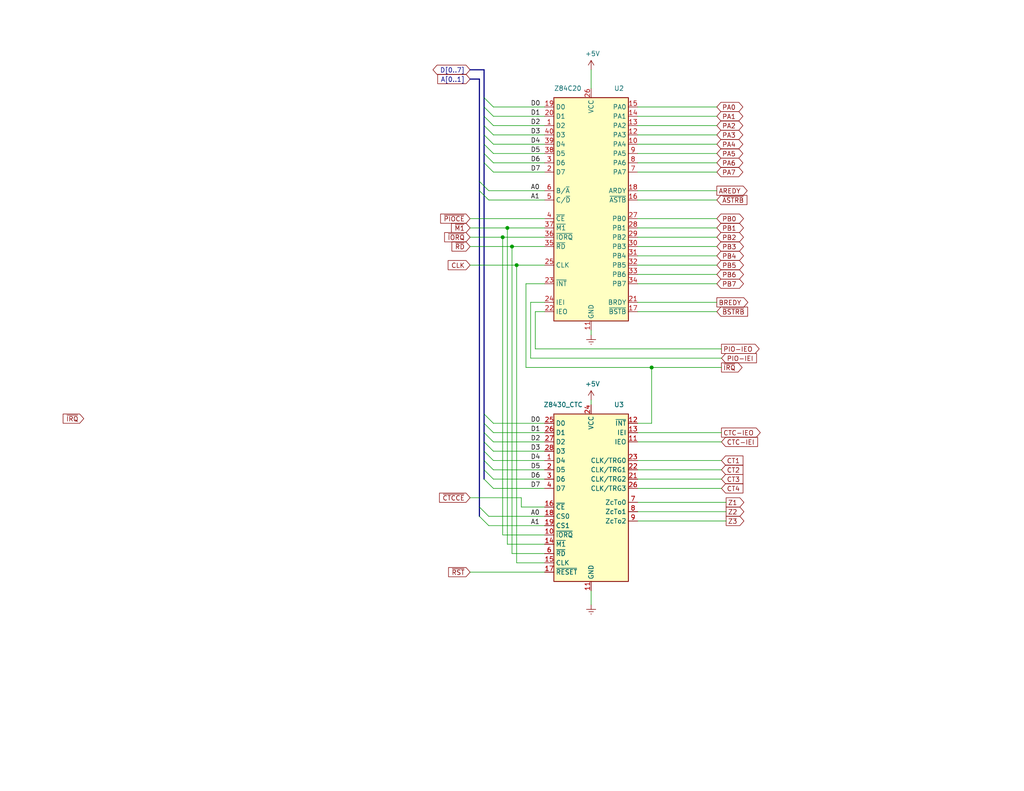
<source format=kicad_sch>
(kicad_sch (version 20230121) (generator eeschema)
  (paper "A")
  (title_block (title "Edu-80 Z80 Trainer") (date "2023-06-05") (rev "0.1") (company "Strangers") (comment 4 "Author: James D. Tucker"))
  (lib_symbols
    (symbol "Edu-80_Symbols:Z8430_CTC"
      (property "Reference" "U?" (at -10.16 17.78 0))
      (property "Value" "Z8430_CTC" (at 3.81 17.78 0))
      (symbol "Z8430_CTC_1_0"
        (rectangle (start -10.16 16.51) (end 10.16 -29.21) (stroke (width 0.254)) (fill (type background)))
      )
      (symbol "Z8430_CTC_1_1"
        (pin bidirectional line (at -12.7 3.81 0) (length 2.54) (name "D4") (number "1"))
        (pin input line (at -12.7 -16.51 0) (length 2.54) (name "~{IORQ}") (number "10"))
        (pin power_in line (at 0 -31.75 90) (length 2.54) (name "GND") (number "11"))
        (pin output line (at 12.7 8.89 180) (length 2.54) (name "IEO") (number "11"))
        (pin open_collector line (at 12.7 13.97 180) (length 2.54) (name "~{INT}") (number "12"))
        (pin input line (at 12.7 11.43 180) (length 2.54) (name "IEI") (number "13"))
        (pin input line (at -12.7 -19.05 0) (length 2.54) (name "~{M1}") (number "14"))
        (pin input line (at -12.7 -24.13 0) (length 2.54) (name "CLK") (number "15"))
        (pin input line (at -12.7 -8.89 0) (length 2.54) (name "~{CE}") (number "16"))
        (pin input line (at -12.7 -26.67 0) (length 2.54) (name "~{RESET}") (number "17"))
        (pin input line (at -12.7 -11.43 0) (length 2.54) (name "CS0") (number "18"))
        (pin input line (at -12.7 -13.97 0) (length 2.54) (name "CS1") (number "19"))
        (pin bidirectional line (at -12.7 1.27 0) (length 2.54) (name "D5") (number "2"))
        (pin input line (at 12.7 -1.27 180) (length 2.54) (name "CLK/TRG2") (number "21"))
        (pin input line (at 12.7 1.27 180) (length 2.54) (name "CLK/TRG1") (number "22"))
        (pin input line (at 12.7 3.81 180) (length 2.54) (name "CLK/TRG0") (number "23"))
        (pin power_in line (at 0 19.05 270) (length 2.54) (name "VCC") (number "24"))
        (pin bidirectional line (at -12.7 13.97 0) (length 2.54) (name "D0") (number "25"))
        (pin input line (at 12.7 -3.81 180) (length 2.54) (name "CLK/TRG3") (number "26"))
        (pin bidirectional line (at -12.7 11.43 0) (length 2.54) (name "D1") (number "26"))
        (pin bidirectional line (at -12.7 8.89 0) (length 2.54) (name "D2") (number "27"))
        (pin bidirectional line (at -12.7 6.35 0) (length 2.54) (name "D3") (number "28"))
        (pin bidirectional line (at -12.7 -1.27 0) (length 2.54) (name "D6") (number "3"))
        (pin bidirectional line (at -12.7 -3.81 0) (length 2.54) (name "D7") (number "4"))
        (pin input line (at -12.7 -21.59 0) (length 2.54) (name "~{RD}") (number "6"))
        (pin output line (at 12.7 -7.62 180) (length 2.54) (name "ZcTo0") (number "7"))
        (pin output line (at 12.7 -10.16 180) (length 2.54) (name "ZcTo1") (number "8"))
        (pin output line (at 12.7 -12.7 180) (length 2.54) (name "ZcTo2") (number "9"))
      )
    )
    (symbol "Interface:Z84C20"
      (property "Reference" "U" (at -10.16 31.75 0))
      (property "Value" "Z84C20" (at 3.81 31.75 0))
      (symbol "Z84C20_1_0"
        (rectangle (start -10.16 30.48) (end 10.16 -30.48) (stroke (width 0.254)) (fill (type background)))
      )
      (symbol "Z84C20_1_1"
        (pin bidirectional line (at -12.7 22.86 0) (length 2.54) (name "D2") (number "1"))
        (pin bidirectional line (at 12.7 17.78 180) (length 2.54) (name "PA4") (number "10"))
        (pin power_in line (at 0 -33.02 90) (length 2.54) (name "GND") (number "11"))
        (pin bidirectional line (at 12.7 20.32 180) (length 2.54) (name "PA3") (number "12"))
        (pin bidirectional line (at 12.7 22.86 180) (length 2.54) (name "PA2") (number "13"))
        (pin bidirectional line (at 12.7 25.4 180) (length 2.54) (name "PA1") (number "14"))
        (pin bidirectional line (at 12.7 27.94 180) (length 2.54) (name "PA0") (number "15"))
        (pin input line (at 12.7 2.54 180) (length 2.54) (name "~{ASTB}") (number "16"))
        (pin input line (at 12.7 -27.94 180) (length 2.54) (name "~{BSTB}") (number "17"))
        (pin output line (at 12.7 5.08 180) (length 2.54) (name "ARDY") (number "18"))
        (pin bidirectional line (at -12.7 27.94 0) (length 2.54) (name "D0") (number "19"))
        (pin bidirectional line (at -12.7 10.16 0) (length 2.54) (name "D7") (number "2"))
        (pin bidirectional line (at -12.7 25.4 0) (length 2.54) (name "D1") (number "20"))
        (pin output line (at 12.7 -25.4 180) (length 2.54) (name "BRDY") (number "21"))
        (pin output line (at -12.7 -27.94 0) (length 2.54) (name "IEO") (number "22"))
        (pin open_collector line (at -12.7 -20.32 0) (length 2.54) (name "~{INT}") (number "23"))
        (pin input line (at -12.7 -25.4 0) (length 2.54) (name "IEI") (number "24"))
        (pin input line (at -12.7 -15.24 0) (length 2.54) (name "CLK") (number "25"))
        (pin power_in line (at 0 33.02 270) (length 2.54) (name "VCC") (number "26"))
        (pin bidirectional line (at 12.7 -2.54 180) (length 2.54) (name "PB0") (number "27"))
        (pin bidirectional line (at 12.7 -5.08 180) (length 2.54) (name "PB1") (number "28"))
        (pin bidirectional line (at 12.7 -7.62 180) (length 2.54) (name "PB2") (number "29"))
        (pin bidirectional line (at -12.7 12.7 0) (length 2.54) (name "D6") (number "3"))
        (pin bidirectional line (at 12.7 -10.16 180) (length 2.54) (name "PB3") (number "30"))
        (pin bidirectional line (at 12.7 -12.7 180) (length 2.54) (name "PB4") (number "31"))
        (pin bidirectional line (at 12.7 -15.24 180) (length 2.54) (name "PB5") (number "32"))
        (pin bidirectional line (at 12.7 -17.78 180) (length 2.54) (name "PB6") (number "33"))
        (pin bidirectional line (at 12.7 -20.32 180) (length 2.54) (name "PB7") (number "34"))
        (pin input line (at -12.7 -10.16 0) (length 2.54) (name "~{RD}") (number "35"))
        (pin input line (at -12.7 -7.62 0) (length 2.54) (name "~{IORQ}") (number "36"))
        (pin input line (at -12.7 -5.08 0) (length 2.54) (name "~{M1}") (number "37"))
        (pin bidirectional line (at -12.7 15.24 0) (length 2.54) (name "D5") (number "38"))
        (pin bidirectional line (at -12.7 17.78 0) (length 2.54) (name "D4") (number "39"))
        (pin input line (at -12.7 -2.54 0) (length 2.54) (name "~{CE}") (number "4"))
        (pin bidirectional line (at -12.7 20.32 0) (length 2.54) (name "D3") (number "40"))
        (pin input line (at -12.7 2.54 0) (length 2.54) (name "C/~{D}") (number "5"))
        (pin input line (at -12.7 5.08 0) (length 2.54) (name "B/~{A}") (number "6"))
        (pin bidirectional line (at 12.7 10.16 180) (length 2.54) (name "PA7") (number "7"))
        (pin bidirectional line (at 12.7 12.7 180) (length 2.54) (name "PA6") (number "8"))
        (pin bidirectional line (at 12.7 15.24 180) (length 2.54) (name "PA5") (number "9"))
      )
    )
    (symbol "power:+5V" (power) (pin_names (offset 0))
      (property "Value" "+5V" (at 0 3.556 0))
      (symbol "+5V_0_1"
        (polyline (pts (xy -0.762 1.27) (xy 0 2.54)))
        (polyline (pts (xy 0 0) (xy 0 2.54)))
        (polyline (pts (xy 0 2.54) (xy 0.762 1.27)))
      )
      (symbol "+5V_1_1"
        (pin power_in line (at 0 0 90) (length 0) hide (name "+5V") (number "1"))
      )
    )
    (symbol "power:Earth" (power) (pin_names (offset 0))
      (symbol "Earth_0_1"
        (polyline (pts (xy -0.635 -1.905) (xy 0.635 -1.905)))
        (polyline (pts (xy -0.127 -2.54) (xy 0.127 -2.54)))
        (polyline (pts (xy 0 -1.27) (xy 0 0)))
        (polyline (pts (xy 1.27 -1.27) (xy -1.27 -1.27)))
      )
      (symbol "Earth_1_1"
        (pin power_in line (at 0 0 270) (length 0) hide (name "Earth") (number "1"))
      )
    )
  )
  (junction (at 139.7 67.31))
  (junction (at 137.16 64.77))
  (junction (at 140.97 72.39))
  (junction (at 138.43 62.23))
  (junction (at 177.8 100.33))
  (bus_entry (at 132.08 31.75) (size 2.54 2.54))
  (bus_entry (at 130.81 52.07) (size 2.54 2.54))
  (bus_entry (at 132.08 29.21) (size 2.54 2.54))
  (bus_entry (at 132.08 44.45) (size 2.54 2.54))
  (bus_entry (at 132.08 41.91) (size 2.54 2.54))
  (bus_entry (at 134.62 115.57) (size -2.54 -2.54))
  (bus_entry (at 132.08 128.27) (size 2.54 2.54))
  (bus_entry (at 132.08 118.11) (size 2.54 2.54))
  (bus_entry (at 132.08 125.73) (size 2.54 2.54))
  (bus_entry (at 134.62 29.21) (size -2.54 -2.54))
  (bus_entry (at 130.81 140.97) (size 2.54 2.54))
  (bus_entry (at 132.08 34.29) (size 2.54 2.54))
  (bus_entry (at 132.08 123.19) (size 2.54 2.54))
  (bus_entry (at 132.08 36.83) (size 2.54 2.54))
  (bus_entry (at 130.81 49.53) (size 2.54 2.54))
  (bus_entry (at 130.81 138.43) (size 2.54 2.54))
  (bus_entry (at 132.08 39.37) (size 2.54 2.54))
  (bus_entry (at 132.08 115.57) (size 2.54 2.54))
  (bus_entry (at 132.08 120.65) (size 2.54 2.54))
  (bus_entry (at 132.08 130.81) (size 2.54 2.54))
  (wire (pts (xy 173.99 64.77) (xy 195.58 64.77)))
  (wire (pts (xy 173.99 77.47) (xy 195.58 77.47)))
  (wire (pts (xy 134.62 123.19) (xy 148.59 123.19)))
  (wire (pts (xy 173.99 69.85) (xy 195.58 69.85)))
  (wire (pts (xy 173.99 52.07) (xy 195.58 52.07)))
  (wire (pts (xy 133.35 143.51) (xy 148.59 143.51)))
  (wire (pts (xy 173.99 130.81) (xy 196.85 130.81)))
  (wire (pts (xy 161.29 109.22) (xy 161.29 110.49)))
  (wire (pts (xy 134.62 41.91) (xy 148.59 41.91)))
  (wire (pts (xy 173.99 41.91) (xy 195.58 41.91)))
  (wire (pts (xy 173.99 67.31) (xy 195.58 67.31)))
  (bus (pts (xy 132.08 41.91) (xy 132.08 44.45)))
  (wire (pts (xy 144.78 82.55) (xy 144.78 97.79)))
  (bus (pts (xy 132.08 44.45) (xy 132.08 113.03)))
  (bus (pts (xy 130.81 21.59) (xy 130.81 49.53)))
  (wire (pts (xy 173.99 82.55) (xy 195.58 82.55)))
  (wire (pts (xy 134.62 44.45) (xy 148.59 44.45)))
  (wire (pts (xy 173.99 36.83) (xy 195.58 36.83)))
  (wire (pts (xy 173.99 118.11) (xy 196.85 118.11)))
  (wire (pts (xy 138.43 62.23) (xy 128.27 62.23)))
  (bus (pts (xy 130.81 138.43) (xy 130.81 140.97)))
  (bus (pts (xy 132.08 34.29) (xy 132.08 36.83)))
  (wire (pts (xy 148.59 64.77) (xy 137.16 64.77)))
  (wire (pts (xy 134.62 46.99) (xy 148.59 46.99)))
  (wire (pts (xy 173.99 120.65) (xy 196.85 120.65)))
  (wire (pts (xy 173.99 29.21) (xy 195.58 29.21)))
  (wire (pts (xy 173.99 128.27) (xy 196.85 128.27)))
  (bus (pts (xy 128.27 21.59) (xy 130.81 21.59)))
  (wire (pts (xy 173.99 72.39) (xy 195.58 72.39)))
  (wire (pts (xy 137.16 64.77) (xy 137.16 146.05)))
  (bus (pts (xy 132.08 39.37) (xy 132.08 41.91)))
  (wire (pts (xy 138.43 62.23) (xy 138.43 148.59)))
  (wire (pts (xy 134.62 125.73) (xy 148.59 125.73)))
  (wire (pts (xy 134.62 130.81) (xy 148.59 130.81)))
  (wire (pts (xy 142.24 135.89) (xy 142.24 138.43)))
  (wire (pts (xy 134.62 120.65) (xy 148.59 120.65)))
  (wire (pts (xy 134.62 133.35) (xy 148.59 133.35)))
  (wire (pts (xy 137.16 146.05) (xy 148.59 146.05)))
  (wire (pts (xy 139.7 67.31) (xy 148.59 67.31)))
  (bus (pts (xy 132.08 120.65) (xy 132.08 123.19)))
  (wire (pts (xy 140.97 153.67) (xy 148.59 153.67)))
  (wire (pts (xy 177.8 100.33) (xy 196.85 100.33)))
  (wire (pts (xy 134.62 31.75) (xy 148.59 31.75)))
  (wire (pts (xy 177.8 115.57) (xy 173.99 115.57)))
  (bus (pts (xy 132.08 19.05) (xy 128.27 19.05)))
  (bus (pts (xy 132.08 26.67) (xy 132.08 29.21)))
  (wire (pts (xy 146.05 85.09) (xy 146.05 95.25)))
  (bus (pts (xy 130.81 49.53) (xy 130.81 52.07)))
  (wire (pts (xy 161.29 90.17) (xy 161.29 91.44)))
  (bus (pts (xy 132.08 118.11) (xy 132.08 120.65)))
  (wire (pts (xy 128.27 72.39) (xy 140.97 72.39)))
  (wire (pts (xy 142.24 138.43) (xy 148.59 138.43)))
  (wire (pts (xy 137.16 64.77) (xy 128.27 64.77)))
  (wire (pts (xy 148.59 77.47) (xy 143.51 77.47)))
  (wire (pts (xy 134.62 128.27) (xy 148.59 128.27)))
  (wire (pts (xy 148.59 82.55) (xy 144.78 82.55)))
  (wire (pts (xy 173.99 85.09) (xy 195.58 85.09)))
  (wire (pts (xy 128.27 156.21) (xy 148.59 156.21)))
  (wire (pts (xy 133.35 54.61) (xy 148.59 54.61)))
  (wire (pts (xy 173.99 74.93) (xy 195.58 74.93)))
  (wire (pts (xy 173.99 39.37) (xy 195.58 39.37)))
  (wire (pts (xy 133.35 140.97) (xy 148.59 140.97)))
  (wire (pts (xy 173.99 54.61) (xy 195.58 54.61)))
  (bus (pts (xy 132.08 36.83) (xy 132.08 39.37)))
  (wire (pts (xy 148.59 59.69) (xy 128.27 59.69)))
  (bus (pts (xy 132.08 115.57) (xy 132.08 118.11)))
  (wire (pts (xy 173.99 139.7) (xy 198.12 139.7)))
  (wire (pts (xy 173.99 125.73) (xy 196.85 125.73)))
  (wire (pts (xy 173.99 133.35) (xy 196.85 133.35)))
  (wire (pts (xy 143.51 100.33) (xy 177.8 100.33)))
  (bus (pts (xy 132.08 113.03) (xy 132.08 115.57)))
  (wire (pts (xy 173.99 44.45) (xy 195.58 44.45)))
  (bus (pts (xy 132.08 123.19) (xy 132.08 125.73)))
  (wire (pts (xy 161.29 161.29) (xy 161.29 165.1)))
  (wire (pts (xy 143.51 77.47) (xy 143.51 100.33)))
  (wire (pts (xy 133.35 52.07) (xy 148.59 52.07)))
  (wire (pts (xy 148.59 62.23) (xy 138.43 62.23)))
  (wire (pts (xy 173.99 34.29) (xy 195.58 34.29)))
  (wire (pts (xy 177.8 100.33) (xy 177.8 115.57)))
  (wire (pts (xy 139.7 151.13) (xy 139.7 67.31)))
  (wire (pts (xy 148.59 115.57) (xy 134.62 115.57)))
  (wire (pts (xy 148.59 72.39) (xy 140.97 72.39)))
  (wire (pts (xy 148.59 151.13) (xy 139.7 151.13)))
  (wire (pts (xy 144.78 97.79) (xy 196.85 97.79)))
  (bus (pts (xy 132.08 125.73) (xy 132.08 128.27)))
  (wire (pts (xy 173.99 46.99) (xy 195.58 46.99)))
  (wire (pts (xy 128.27 135.89) (xy 142.24 135.89)))
  (wire (pts (xy 148.59 29.21) (xy 134.62 29.21)))
  (bus (pts (xy 132.08 19.05) (xy 132.08 26.67)))
  (bus (pts (xy 132.08 31.75) (xy 132.08 34.29)))
  (wire (pts (xy 134.62 39.37) (xy 148.59 39.37)))
  (wire (pts (xy 173.99 31.75) (xy 195.58 31.75)))
  (wire (pts (xy 134.62 34.29) (xy 148.59 34.29)))
  (wire (pts (xy 173.99 62.23) (xy 195.58 62.23)))
  (wire (pts (xy 134.62 36.83) (xy 148.59 36.83)))
  (wire (pts (xy 148.59 85.09) (xy 146.05 85.09)))
  (wire (pts (xy 173.99 59.69) (xy 195.58 59.69)))
  (wire (pts (xy 146.05 95.25) (xy 196.85 95.25)))
  (bus (pts (xy 130.81 52.07) (xy 130.81 138.43)))
  (wire (pts (xy 134.62 118.11) (xy 148.59 118.11)))
  (bus (pts (xy 132.08 128.27) (xy 132.08 130.81)))
  (wire (pts (xy 173.99 137.16) (xy 198.12 137.16)))
  (wire (pts (xy 140.97 72.39) (xy 140.97 153.67)))
  (wire (pts (xy 128.27 67.31) (xy 139.7 67.31)))
  (bus (pts (xy 132.08 29.21) (xy 132.08 31.75)))
  (wire (pts (xy 138.43 148.59) (xy 148.59 148.59)))
  (wire (pts (xy 173.99 142.24) (xy 198.12 142.24)))
  (wire (pts (xy 161.29 19.05) (xy 161.29 24.13)))
  (label "D3" (at 144.78 123.19 0))
  (label "A1" (at 144.78 143.51 0))
  (label "D7" (at 144.78 133.35 0))
  (label "D5" (at 144.78 41.91 0))
  (label "D7" (at 144.78 46.99 0))
  (label "D0" (at 144.78 115.57 0))
  (label "A0" (at 144.78 140.97 0))
  (label "D1" (at 144.78 31.75 0))
  (label "D6" (at 144.78 44.45 0))
  (label "D4" (at 144.78 125.73 0))
  (label "D1" (at 144.78 118.11 0))
  (label "D4" (at 144.78 39.37 0))
  (label "A0" (at 144.78 52.07 0))
  (label "D2" (at 144.78 34.29 0))
  (label "D2" (at 144.78 120.65 0))
  (label "A1" (at 144.78 54.61 0))
  (label "D6" (at 144.78 130.81 0))
  (label "D5" (at 144.78 128.27 0))
  (label "D0" (at 144.78 29.21 0))
  (label "D3" (at 144.78 36.83 0))
  (global_label "PB0" (shape tri_state) (at 195.58 59.69 0) (property "Intersheetrefs" "${INTERSHEET_REFS}" (effects hide)))
  (global_label "~{M1}" (shape input) (at 128.27 62.23 180) (property "Intersheetrefs" "${INTERSHEET_REFS}" (effects hide)))
  (global_label "~{CTCCE}" (shape input) (at 128.27 135.89 180) (property "Intersheetrefs" "${INTERSHEET_REFS}" (effects hide)))
  (global_label "D[0..7]" (shape bidirectional) (at 128.27 19.05 180) (property "Intersheetrefs" "${INTERSHEET_REFS}" (effects hide)))
  (global_label "PB5" (shape tri_state) (at 195.58 72.39 0) (property "Intersheetrefs" "${INTERSHEET_REFS}" (effects hide)))
  (global_label "PA6" (shape tri_state) (at 195.58 44.45 0) (property "Intersheetrefs" "${INTERSHEET_REFS}" (effects hide)))
  (global_label "CT2" (shape input) (at 196.85 128.27 0) (property "Intersheetrefs" "${INTERSHEET_REFS}" (effects hide)))
  (global_label "~{ASTRB}" (shape input) (at 195.58 54.61 0) (property "Intersheetrefs" "${INTERSHEET_REFS}" (effects hide)))
  (global_label "PA3" (shape tri_state) (at 195.58 36.83 0) (property "Intersheetrefs" "${INTERSHEET_REFS}" (effects hide)))
  (global_label "~{IRQ}" (shape output) (at 196.85 100.33 0) (property "Intersheetrefs" "${INTERSHEET_REFS}" (effects hide)))
  (global_label "PB7" (shape tri_state) (at 195.58 77.47 0) (property "Intersheetrefs" "${INTERSHEET_REFS}" (effects hide)))
  (global_label "~{PIOCE}" (shape input) (at 128.27 59.69 180) (property "Intersheetrefs" "${INTERSHEET_REFS}" (effects hide)))
  (global_label "CTC-IEI" (shape input) (at 196.85 120.65 0) (property "Intersheetrefs" "${INTERSHEET_REFS}" (effects hide)))
  (global_label "CTC-IEO" (shape output) (at 196.85 118.11 0) (property "Intersheetrefs" "${INTERSHEET_REFS}" (effects hide)))
  (global_label "AREDY" (shape output) (at 195.58 52.07 0) (property "Intersheetrefs" "${INTERSHEET_REFS}" (effects hide)))
  (global_label "PB1" (shape tri_state) (at 195.58 62.23 0) (property "Intersheetrefs" "${INTERSHEET_REFS}" (effects hide)))
  (global_label "PA7" (shape tri_state) (at 195.58 46.99 0) (property "Intersheetrefs" "${INTERSHEET_REFS}" (effects hide)))
  (global_label "PA5" (shape tri_state) (at 195.58 41.91 0) (property "Intersheetrefs" "${INTERSHEET_REFS}" (effects hide)))
  (global_label "CLK" (shape input) (at 128.27 72.39 180) (property "Intersheetrefs" "${INTERSHEET_REFS}" (effects hide)))
  (global_label "PB2" (shape tri_state) (at 195.58 64.77 0) (property "Intersheetrefs" "${INTERSHEET_REFS}" (effects hide)))
  (global_label "PA0" (shape tri_state) (at 195.58 29.21 0) (property "Intersheetrefs" "${INTERSHEET_REFS}" (effects hide)))
  (global_label "PB4" (shape tri_state) (at 195.58 69.85 0) (property "Intersheetrefs" "${INTERSHEET_REFS}" (effects hide)))
  (global_label "PIO-IEO" (shape output) (at 196.85 95.25 0) (property "Intersheetrefs" "${INTERSHEET_REFS}" (effects hide)))
  (global_label "PIO-IEI" (shape input) (at 196.85 97.79 0) (property "Intersheetrefs" "${INTERSHEET_REFS}" (effects hide)))
  (global_label "CT3" (shape input) (at 196.85 130.81 0) (property "Intersheetrefs" "${INTERSHEET_REFS}" (effects hide)))
  (global_label "~{RD}" (shape input) (at 128.27 67.31 180) (property "Intersheetrefs" "${INTERSHEET_REFS}" (effects hide)))
  (global_label "~{BSTRB}" (shape input) (at 195.58 85.09 0) (property "Intersheetrefs" "${INTERSHEET_REFS}" (effects hide)))
  (global_label "BREDY" (shape output) (at 195.58 82.55 0) (property "Intersheetrefs" "${INTERSHEET_REFS}" (effects hide)))
  (global_label "PA4" (shape tri_state) (at 195.58 39.37 0) (property "Intersheetrefs" "${INTERSHEET_REFS}" (effects hide)))
  (global_label "PB3" (shape tri_state) (at 195.58 67.31 0) (property "Intersheetrefs" "${INTERSHEET_REFS}" (effects hide)))
  (global_label "~{RST}" (shape input) (at 128.27 156.21 180) (property "Intersheetrefs" "${INTERSHEET_REFS}" (effects hide)))
  (global_label "~{IRQ}" (shape input) (at 22.86 114.3 180) (property "Intersheetrefs" "${INTERSHEET_REFS}" (effects hide)))
  (global_label "CT1" (shape input) (at 196.85 125.73 0) (property "Intersheetrefs" "${INTERSHEET_REFS}" (effects hide)))
  (global_label "PA1" (shape tri_state) (at 195.58 31.75 0) (property "Intersheetrefs" "${INTERSHEET_REFS}" (effects hide)))
  (global_label "PA2" (shape tri_state) (at 195.58 34.29 0) (property "Intersheetrefs" "${INTERSHEET_REFS}" (effects hide)))
  (global_label "A[0..1]" (shape input) (at 128.27 21.59 180) (property "Intersheetrefs" "${INTERSHEET_REFS}" (effects hide)))
  (global_label "Z2" (shape output) (at 198.12 139.7 0) (property "Intersheetrefs" "${INTERSHEET_REFS}" (effects hide)))
  (global_label "Z1" (shape output) (at 198.12 137.16 0) (property "Intersheetrefs" "${INTERSHEET_REFS}" (effects hide)))
  (global_label "~{IORQ}" (shape input) (at 128.27 64.77 180) (property "Intersheetrefs" "${INTERSHEET_REFS}" (effects hide)))
  (global_label "Z3" (shape output) (at 198.12 142.24 0) (property "Intersheetrefs" "${INTERSHEET_REFS}" (effects hide)))
  (global_label "CT4" (shape input) (at 196.85 133.35 0) (property "Intersheetrefs" "${INTERSHEET_REFS}" (effects hide)))
  (global_label "PB6" (shape tri_state) (at 195.58 74.93 0) (property "Intersheetrefs" "${INTERSHEET_REFS}" (effects hide)))
  (symbol (lib_id "Interface:Z84C20") (at 161.29 57.15 0) (unit 1)
    (property "Reference" "U2" (at 168.91 24.13 0))
    (property "Value" "Z84C20" (at 154.94 24.13 0))
    (property "Footprint" "Package_DIP:DIP-40_W15.24mm" (effects hide))
    (property "Datasheet" "https://www.zilog.com/appnotes_download.php?FromPage=DirectLink&dn=PS0180&ft=Product%20Specification%20(Data%20Sheet)%20%20&f=YUhSMGNEb3ZMM2QzZHk1NmFXeHZaeTVqYjIwdlpHOWpjeTk2T0RBdmNITXdNVGd3TG5Ca1pnPT0=" (effects hide))
  )
  (symbol (lib_id "power:+5V") (at 161.29 19.05 0) (unit 1)
    (property "Reference" "#PWR0171" (effects hide))
    (property "Value" "+5V" (at 161.671 14.6558 0))
  )
  (symbol (lib_id "power:Earth") (at 161.29 91.44 0) (unit 1)
    (property "Reference" "#PWR0172" (effects hide))
    (property "Value" "Earth" (effects hide))
  )
  (symbol (lib_id "Edu-80_Symbols:Z8430_CTC") (at 161.29 129.54 0) (unit 1)
    (property "Reference" "U3" (at 168.91 110.49 0))
    (property "Value" "Z8430_CTC" (at 153.67 110.49 0))
    (property "Footprint" "Package_DIP:DIP-40_W15.24mm" (effects hide))
    (property "Datasheet" "https://www.zilog.com/appnotes_download.php?FromPage=DirectLink&dn=PS0180&ft=Product%20Specification%20(Data%20Sheet)%20%20&f=YUhSMGNEb3ZMM2QzZHk1NmFXeHZaeTVqYjIwdlpHOWpjeTk2T0RBdmNITXdNVGd3TG5Ca1pnPT0=" (effects hide))
  )
  (symbol (lib_id "power:+5V") (at 161.29 109.22 0) (unit 1)
    (property "Reference" "#PWR0173" (effects hide))
    (property "Value" "+5V" (at 161.671 104.8258 0))
  )
  (symbol (lib_id "power:Earth") (at 161.29 165.1 0) (unit 1)
    (property "Reference" "#PWR0174" (effects hide))
    (property "Value" "Earth" (effects hide))
  )
)
</source>
